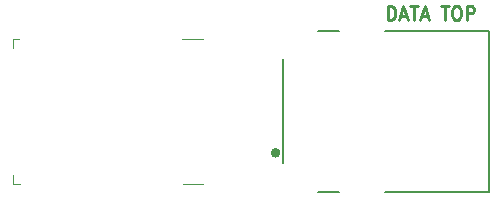
<source format=gbr>
G04 #@! TF.GenerationSoftware,KiCad,Pcbnew,(5.0.2)-1*
G04 #@! TF.CreationDate,2019-08-18T16:28:34-04:00*
G04 #@! TF.ProjectId,stacked_model3_usb,73746163-6b65-4645-9f6d-6f64656c335f,rev?*
G04 #@! TF.SameCoordinates,Original*
G04 #@! TF.FileFunction,Legend,Top*
G04 #@! TF.FilePolarity,Positive*
%FSLAX46Y46*%
G04 Gerber Fmt 4.6, Leading zero omitted, Abs format (unit mm)*
G04 Created by KiCad (PCBNEW (5.0.2)-1) date 2019-08-18 4:28:34 PM*
%MOMM*%
%LPD*%
G01*
G04 APERTURE LIST*
%ADD10C,0.275000*%
%ADD11C,0.100000*%
%ADD12C,0.127000*%
%ADD13C,0.400000*%
G04 APERTURE END LIST*
D10*
X135785714Y-75542857D02*
X135785714Y-74342857D01*
X136047619Y-74342857D01*
X136204761Y-74400000D01*
X136309523Y-74514285D01*
X136361904Y-74628571D01*
X136414285Y-74857142D01*
X136414285Y-75028571D01*
X136361904Y-75257142D01*
X136309523Y-75371428D01*
X136204761Y-75485714D01*
X136047619Y-75542857D01*
X135785714Y-75542857D01*
X136833333Y-75200000D02*
X137357142Y-75200000D01*
X136728571Y-75542857D02*
X137095238Y-74342857D01*
X137461904Y-75542857D01*
X137671428Y-74342857D02*
X138300000Y-74342857D01*
X137985714Y-75542857D02*
X137985714Y-74342857D01*
X138614285Y-75200000D02*
X139138095Y-75200000D01*
X138509523Y-75542857D02*
X138876190Y-74342857D01*
X139242857Y-75542857D01*
X140290476Y-74342857D02*
X140919047Y-74342857D01*
X140604761Y-75542857D02*
X140604761Y-74342857D01*
X141495238Y-74342857D02*
X141704761Y-74342857D01*
X141809523Y-74400000D01*
X141914285Y-74514285D01*
X141966666Y-74742857D01*
X141966666Y-75142857D01*
X141914285Y-75371428D01*
X141809523Y-75485714D01*
X141704761Y-75542857D01*
X141495238Y-75542857D01*
X141390476Y-75485714D01*
X141285714Y-75371428D01*
X141233333Y-75142857D01*
X141233333Y-74742857D01*
X141285714Y-74514285D01*
X141390476Y-74400000D01*
X141495238Y-74342857D01*
X142438095Y-75542857D02*
X142438095Y-74342857D01*
X142857142Y-74342857D01*
X142961904Y-74400000D01*
X143014285Y-74457142D01*
X143066666Y-74571428D01*
X143066666Y-74742857D01*
X143014285Y-74857142D01*
X142961904Y-74914285D01*
X142857142Y-74971428D01*
X142438095Y-74971428D01*
D11*
G04 #@! TO.C,J1*
X119370000Y-89410001D02*
X118420000Y-89410001D01*
X120120000Y-77160001D02*
X118345000Y-77160001D01*
X120120000Y-89410001D02*
X119345000Y-89410001D01*
X103995000Y-77860001D02*
X103995000Y-77160001D01*
X103995000Y-77160001D02*
X104545000Y-77160001D01*
X103995000Y-88685001D02*
X103995000Y-89410001D01*
X103995000Y-89410001D02*
X104595000Y-89410001D01*
D12*
G04 #@! TO.C,J2*
X144354600Y-90053100D02*
X135554600Y-90053100D01*
X135554600Y-76488100D02*
X144354600Y-76488100D01*
X144354600Y-76488100D02*
X144354600Y-90053100D01*
D13*
X126474600Y-86779600D02*
G75*
G03X126474600Y-86779600I-200000J0D01*
G01*
D12*
X126854600Y-87635600D02*
X126854600Y-78805600D01*
X131654600Y-90053100D02*
X129854600Y-90053100D01*
X129854600Y-76488100D02*
X131654600Y-76488100D01*
G04 #@! TD*
M02*

</source>
